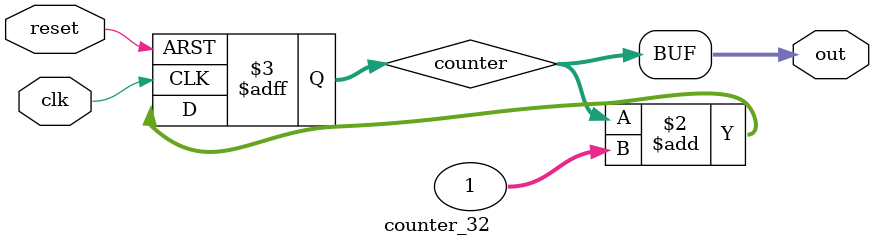
<source format=v>
`timescale 1ns / 1ps

module counter_32(
        output[31:0] out,
        input clk, reset
    );
    reg[31:0] counter;
    always@(posedge clk, posedge reset) begin
        if(reset) counter = {32{1'b0}};
        else counter <= counter + 1;
    end
    assign out = counter;
endmodule

</source>
